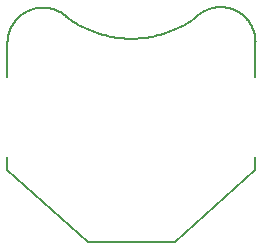
<source format=gbo>
G04 EAGLE Gerber X2 export*
G75*
%MOMM*%
%FSLAX34Y34*%
%LPD*%
%AMOC8*
5,1,8,0,0,1.08239X$1,22.5*%
G01*
%ADD10C,0.203200*%


D10*
X278300Y173700D02*
X204300Y173700D01*
X278300Y173700D02*
X346300Y234400D01*
X204300Y173700D02*
X136300Y234400D01*
X188300Y362400D02*
X190165Y361128D01*
X192061Y359901D01*
X193986Y358721D01*
X195939Y357589D01*
X197919Y356505D01*
X199926Y355469D01*
X201957Y354483D01*
X204011Y353547D01*
X206088Y352661D01*
X208186Y351826D01*
X210303Y351043D01*
X212439Y350312D01*
X214593Y349633D01*
X216762Y349007D01*
X218946Y348434D01*
X221143Y347914D01*
X223352Y347449D01*
X225572Y347037D01*
X227802Y346680D01*
X230039Y346378D01*
X232283Y346130D01*
X234533Y345937D01*
X236786Y345799D01*
X239042Y345717D01*
X241300Y345689D01*
X243558Y345717D01*
X245814Y345799D01*
X248067Y345937D01*
X250317Y346130D01*
X252561Y346378D01*
X254798Y346680D01*
X257028Y347037D01*
X259248Y347449D01*
X261457Y347914D01*
X263654Y348434D01*
X265838Y349007D01*
X268007Y349633D01*
X270161Y350312D01*
X272297Y351043D01*
X274414Y351826D01*
X276512Y352661D01*
X278589Y353547D01*
X280643Y354483D01*
X282674Y355469D01*
X284681Y356505D01*
X286661Y357589D01*
X288614Y358721D01*
X290539Y359901D01*
X292435Y361128D01*
X294300Y362400D01*
X136300Y245400D02*
X136300Y234400D01*
X346300Y234400D02*
X346300Y245400D01*
X346300Y342400D02*
X346302Y343123D01*
X346286Y343846D01*
X346253Y344569D01*
X346202Y345290D01*
X346133Y346010D01*
X346048Y346729D01*
X345944Y347444D01*
X345823Y348158D01*
X345685Y348868D01*
X345530Y349574D01*
X345357Y350276D01*
X345167Y350974D01*
X344961Y351667D01*
X344737Y352355D01*
X344497Y353038D01*
X344240Y353714D01*
X343967Y354384D01*
X343678Y355046D01*
X343373Y355702D01*
X343051Y356350D01*
X342714Y356990D01*
X342362Y357622D01*
X341994Y358245D01*
X341611Y358858D01*
X341213Y359462D01*
X340801Y360057D01*
X340375Y360641D01*
X339934Y361214D01*
X339479Y361777D01*
X339011Y362328D01*
X338530Y362868D01*
X338035Y363396D01*
X337528Y363911D01*
X337008Y364414D01*
X336477Y364905D01*
X335933Y365382D01*
X335378Y365846D01*
X334812Y366296D01*
X334235Y366732D01*
X333648Y367154D01*
X333050Y367562D01*
X332443Y367955D01*
X331826Y368333D01*
X331201Y368696D01*
X330566Y369043D01*
X329924Y369375D01*
X329273Y369691D01*
X328615Y369992D01*
X327950Y370276D01*
X327278Y370544D01*
X326600Y370795D01*
X325916Y371030D01*
X325226Y371248D01*
X324531Y371449D01*
X323832Y371633D01*
X323128Y371801D01*
X322421Y371950D01*
X321710Y372083D01*
X320996Y372198D01*
X320279Y372296D01*
X319560Y372376D01*
X318840Y372439D01*
X318118Y372484D01*
X317395Y372512D01*
X316672Y372522D01*
X315949Y372514D01*
X315226Y372489D01*
X314504Y372446D01*
X313783Y372386D01*
X313064Y372308D01*
X312347Y372212D01*
X311632Y372099D01*
X310921Y371969D01*
X310213Y371821D01*
X309509Y371656D01*
X308809Y371475D01*
X308113Y371276D01*
X307423Y371060D01*
X306738Y370827D01*
X306059Y370578D01*
X305386Y370312D01*
X304720Y370030D01*
X304061Y369732D01*
X303410Y369418D01*
X302766Y369088D01*
X302131Y368743D01*
X301504Y368382D01*
X300886Y368006D01*
X300277Y367615D01*
X299679Y367209D01*
X299090Y366789D01*
X298512Y366354D01*
X297944Y365906D01*
X297388Y365444D01*
X296843Y364969D01*
X296309Y364480D01*
X295788Y363978D01*
X295279Y363464D01*
X294783Y362938D01*
X294300Y362400D01*
X188300Y362400D02*
X187799Y362932D01*
X187286Y363452D01*
X186760Y363959D01*
X186222Y364453D01*
X185672Y364934D01*
X185111Y365401D01*
X184538Y365855D01*
X183955Y366294D01*
X183361Y366719D01*
X182756Y367130D01*
X182142Y367525D01*
X181519Y367906D01*
X180886Y368271D01*
X180244Y368620D01*
X179595Y368954D01*
X178937Y369272D01*
X178272Y369574D01*
X177599Y369859D01*
X176920Y370128D01*
X176235Y370380D01*
X175543Y370616D01*
X174846Y370834D01*
X174144Y371036D01*
X173437Y371220D01*
X172726Y371387D01*
X172011Y371536D01*
X171292Y371668D01*
X170571Y371783D01*
X169847Y371880D01*
X169121Y371959D01*
X168393Y372020D01*
X167664Y372064D01*
X166934Y372090D01*
X166203Y372098D01*
X165473Y372088D01*
X164743Y372061D01*
X164014Y372015D01*
X163286Y371952D01*
X162560Y371871D01*
X161836Y371773D01*
X161115Y371656D01*
X160397Y371523D01*
X159682Y371371D01*
X158972Y371203D01*
X158265Y371017D01*
X157564Y370814D01*
X156867Y370593D01*
X156176Y370356D01*
X155491Y370102D01*
X154813Y369832D01*
X154141Y369545D01*
X153476Y369242D01*
X152819Y368922D01*
X152170Y368587D01*
X151530Y368236D01*
X150898Y367869D01*
X150275Y367487D01*
X149662Y367090D01*
X149059Y366678D01*
X148466Y366252D01*
X147883Y365811D01*
X147312Y365356D01*
X146751Y364888D01*
X146203Y364405D01*
X145666Y363910D01*
X145141Y363402D01*
X144629Y362881D01*
X144130Y362347D01*
X143644Y361802D01*
X143172Y361245D01*
X142713Y360676D01*
X142268Y360097D01*
X141838Y359507D01*
X141422Y358906D01*
X141020Y358296D01*
X140634Y357676D01*
X140263Y357046D01*
X139908Y356408D01*
X139568Y355762D01*
X139244Y355107D01*
X138936Y354445D01*
X138645Y353775D01*
X138369Y353098D01*
X138111Y352415D01*
X137869Y351726D01*
X137644Y351031D01*
X137436Y350330D01*
X137245Y349625D01*
X137072Y348916D01*
X136915Y348202D01*
X136777Y347485D01*
X136656Y346765D01*
X136552Y346042D01*
X136466Y345316D01*
X136398Y344589D01*
X136347Y343860D01*
X136315Y343130D01*
X136300Y342400D01*
X346300Y342400D02*
X346300Y313400D01*
X136300Y313400D02*
X136300Y342400D01*
M02*

</source>
